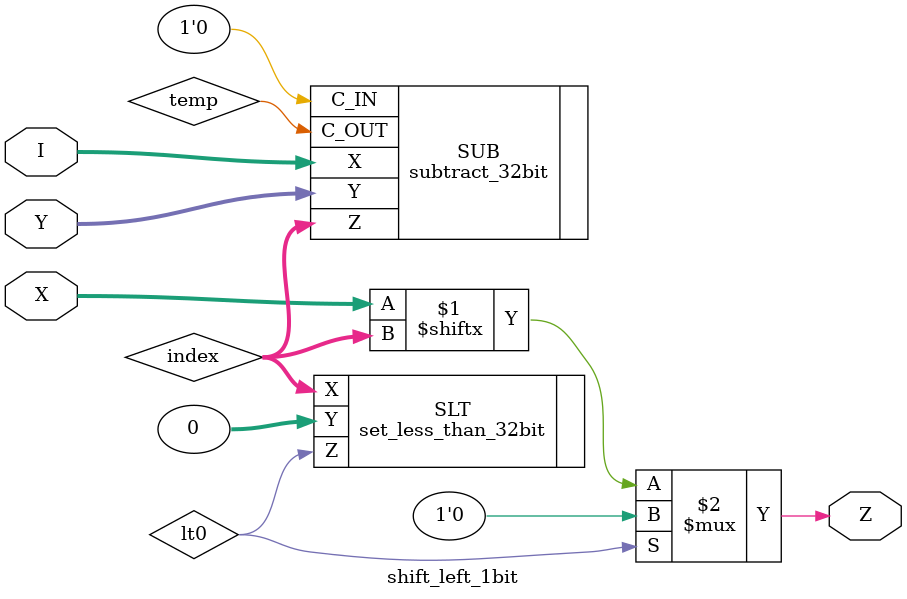
<source format=v>
`timescale 1ns / 1ps
`default_nettype none
module shift_left_1bit(X,Y,I,Z);
	//port definitions
	input  wire [31:0] X;
	input  wire [31:0] Y;
	input  wire [31:0] I;
	output wire Z;

// j = i - Y; if j < 0: Z[i] = 0; else Z[i] = X[j];
   wire [31:0] index;
   wire lt0, temp;
   subtract_32bit SUB (.X(I), .Y(Y), .Z(index), .C_IN(1'b0), .C_OUT(temp));
   set_less_than_32bit SLT (.X(index), .Y(32'd0), .Z(lt0));
   assign Z = lt0 ? 1'b0 : X[index];

endmodule
`default_nettype wire

</source>
